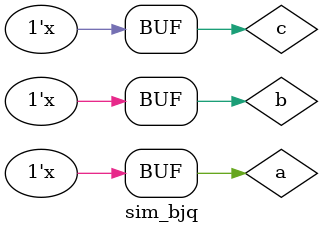
<source format=v>
`timescale 1ns / 1ps


module sim_bjq();
reg a,b,c;
wire f;
bjq u1(a,b,c,f);
initial
    begin
        a=0;b=0;c=0;
    end
always #10 {a,b,c}={a,b,c}+1;
endmodule

</source>
